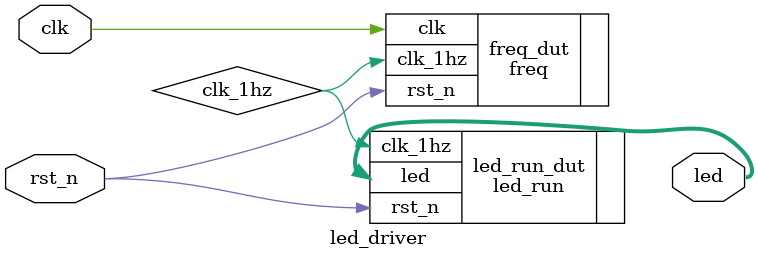
<source format=v>
module led_driver(clk,rst_n,led);
	
	input clk;					//系统时钟：50MHZ
	input rst_n;				//系统复位：低电平有效
	
	output [3:0] led;			//4个LED：低电平点亮
	
	wire clk_1hz;				//定义的中间连线信号
	
	//分频模块：50MHZ---->1HZ
	freq #(.cnt_num(4)) freq_dut(			//强制传参：#(.cnt_num(4))，仿真时使用，全编译下板前注释/* */
		.clk(clk),
		.rst_n(rst_n),
		.clk_1hz(clk_1hz)
	);
	
	//流水模块：每间隔1s，LED灯流水一次，循环显示
	led_run led_run_dut(
		.clk_1hz(clk_1hz),
		.rst_n(rst_n),
		.led(led)
	);
	
endmodule 
</source>
